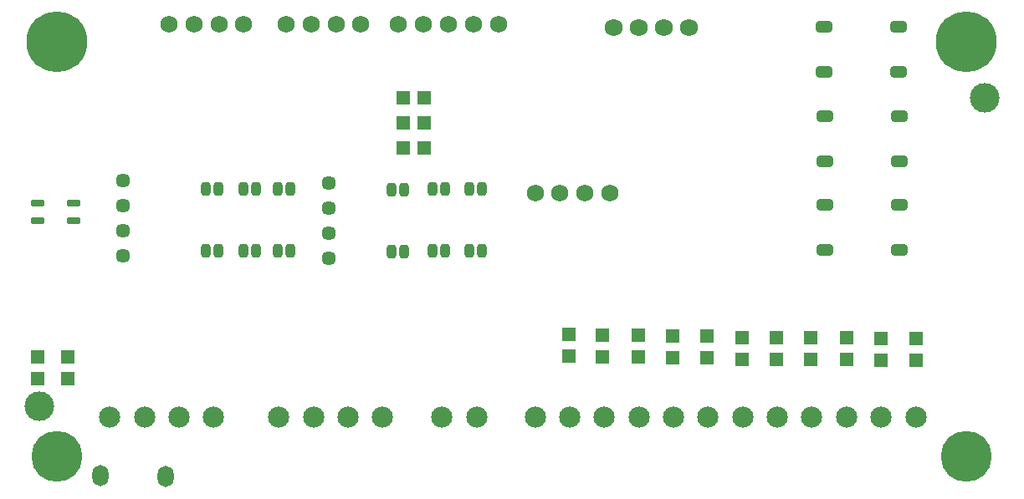
<source format=gts>
G04 Layer_Color=8388736*
%FSLAX44Y44*%
%MOMM*%
G71*
G01*
G75*
%ADD69C,3.0000*%
%ADD70R,1.3500X1.3500*%
G04:AMPARAMS|DCode=71|XSize=1.65mm|YSize=1.15mm|CornerRadius=0.325mm|HoleSize=0mm|Usage=FLASHONLY|Rotation=0.000|XOffset=0mm|YOffset=0mm|HoleType=Round|Shape=RoundedRectangle|*
%AMROUNDEDRECTD71*
21,1,1.6500,0.5000,0,0,0.0*
21,1,1.0000,1.1500,0,0,0.0*
1,1,0.6500,0.5000,-0.2500*
1,1,0.6500,-0.5000,-0.2500*
1,1,0.6500,-0.5000,0.2500*
1,1,0.6500,0.5000,0.2500*
%
%ADD71ROUNDEDRECTD71*%
%ADD72R,1.3500X1.3500*%
G04:AMPARAMS|DCode=73|XSize=0.65mm|YSize=1.4mm|CornerRadius=0.2mm|HoleSize=0mm|Usage=FLASHONLY|Rotation=270.000|XOffset=0mm|YOffset=0mm|HoleType=Round|Shape=RoundedRectangle|*
%AMROUNDEDRECTD73*
21,1,0.6500,1.0000,0,0,270.0*
21,1,0.2500,1.4000,0,0,270.0*
1,1,0.4000,-0.5000,-0.1250*
1,1,0.4000,-0.5000,0.1250*
1,1,0.4000,0.5000,0.1250*
1,1,0.4000,0.5000,-0.1250*
%
%ADD73ROUNDEDRECTD73*%
G04:AMPARAMS|DCode=74|XSize=1.35mm|YSize=0.95mm|CornerRadius=0.275mm|HoleSize=0mm|Usage=FLASHONLY|Rotation=90.000|XOffset=0mm|YOffset=0mm|HoleType=Round|Shape=RoundedRectangle|*
%AMROUNDEDRECTD74*
21,1,1.3500,0.4000,0,0,90.0*
21,1,0.8000,0.9500,0,0,90.0*
1,1,0.5500,0.2000,0.4000*
1,1,0.5500,0.2000,-0.4000*
1,1,0.5500,-0.2000,-0.4000*
1,1,0.5500,-0.2000,0.4000*
%
%ADD74ROUNDEDRECTD74*%
%ADD75C,0.1500*%
%ADD76O,1.6500X2.1500*%
%ADD77C,2.1500*%
%ADD78C,1.7500*%
%ADD79C,1.4500*%
%ADD80C,5.1500*%
%ADD81C,6.1500*%
D69*
X979000Y404000D02*
D03*
X22000Y91000D02*
D03*
D70*
X909000Y160000D02*
D03*
Y138000D02*
D03*
X874000Y160000D02*
D03*
Y138000D02*
D03*
X839000Y161000D02*
D03*
Y139000D02*
D03*
X803000Y161000D02*
D03*
Y139000D02*
D03*
X768000Y161000D02*
D03*
Y139000D02*
D03*
X733000Y161000D02*
D03*
Y139000D02*
D03*
X698000Y162000D02*
D03*
Y140000D02*
D03*
X663000Y162000D02*
D03*
Y140000D02*
D03*
X628000Y163000D02*
D03*
Y141000D02*
D03*
X592000Y163000D02*
D03*
Y141000D02*
D03*
X558000Y164000D02*
D03*
Y142000D02*
D03*
X20000Y141000D02*
D03*
Y119000D02*
D03*
X51000Y141000D02*
D03*
Y119000D02*
D03*
D71*
X892465Y384860D02*
D03*
X817535D02*
D03*
X892465Y339140D02*
D03*
X817535D02*
D03*
X892465Y294860D02*
D03*
X817535D02*
D03*
X892465Y249140D02*
D03*
X817535D02*
D03*
X891465Y475860D02*
D03*
X816535D02*
D03*
X891465Y430140D02*
D03*
X816535D02*
D03*
D72*
X390000Y353000D02*
D03*
X412000D02*
D03*
X390000Y378000D02*
D03*
X412000D02*
D03*
X390000Y404000D02*
D03*
X412000D02*
D03*
D73*
X57000Y279000D02*
D03*
Y297000D02*
D03*
X20000Y279000D02*
D03*
Y297000D02*
D03*
D74*
X470350Y248500D02*
D03*
Y311500D02*
D03*
X457650D02*
D03*
Y248500D02*
D03*
X432350D02*
D03*
Y311500D02*
D03*
X419650D02*
D03*
Y248500D02*
D03*
X378650Y310500D02*
D03*
Y247500D02*
D03*
X391350D02*
D03*
Y310500D02*
D03*
X276350Y248500D02*
D03*
Y311500D02*
D03*
X263650D02*
D03*
Y248500D02*
D03*
X241350D02*
D03*
Y311500D02*
D03*
X228650D02*
D03*
Y248500D02*
D03*
X190650Y311500D02*
D03*
Y248500D02*
D03*
X203350D02*
D03*
Y311500D02*
D03*
D75*
X97000Y43000D02*
D03*
X137000D02*
D03*
X525500Y473500D02*
D03*
X756500D02*
D03*
Y237500D02*
D03*
X525500Y238500D02*
D03*
D76*
X84000Y21000D02*
D03*
X150000Y20000D02*
D03*
D77*
X198500Y80000D02*
D03*
X163500D02*
D03*
X93500D02*
D03*
X128500D02*
D03*
X429500D02*
D03*
X464500D02*
D03*
X874000D02*
D03*
X909000D02*
D03*
X629000D02*
D03*
X594000D02*
D03*
X524000D02*
D03*
X559000D02*
D03*
X664000D02*
D03*
X699000D02*
D03*
X734000D02*
D03*
X769000D02*
D03*
X839000D02*
D03*
X804000D02*
D03*
X299500D02*
D03*
X264500D02*
D03*
X334500D02*
D03*
X369500D02*
D03*
D78*
X653800Y474500D02*
D03*
X603000D02*
D03*
X628400D02*
D03*
X679200D02*
D03*
X229000Y478000D02*
D03*
X204400D02*
D03*
X153600D02*
D03*
X179000D02*
D03*
X347000D02*
D03*
X322400D02*
D03*
X271600D02*
D03*
X297000D02*
D03*
X524000Y307000D02*
D03*
X548600D02*
D03*
X599400D02*
D03*
X574000D02*
D03*
X385400Y478000D02*
D03*
X410800D02*
D03*
X436200D02*
D03*
X487000D02*
D03*
X461600D02*
D03*
X679700Y475000D02*
D03*
X628900D02*
D03*
X603500D02*
D03*
X654300D02*
D03*
D79*
X315000Y317100D02*
D03*
Y291700D02*
D03*
Y266300D02*
D03*
Y240900D02*
D03*
X107000Y320100D02*
D03*
Y294700D02*
D03*
Y269300D02*
D03*
Y243900D02*
D03*
D80*
X40000Y40000D02*
D03*
X960000D02*
D03*
D81*
Y460000D02*
D03*
X40000D02*
D03*
M02*

</source>
